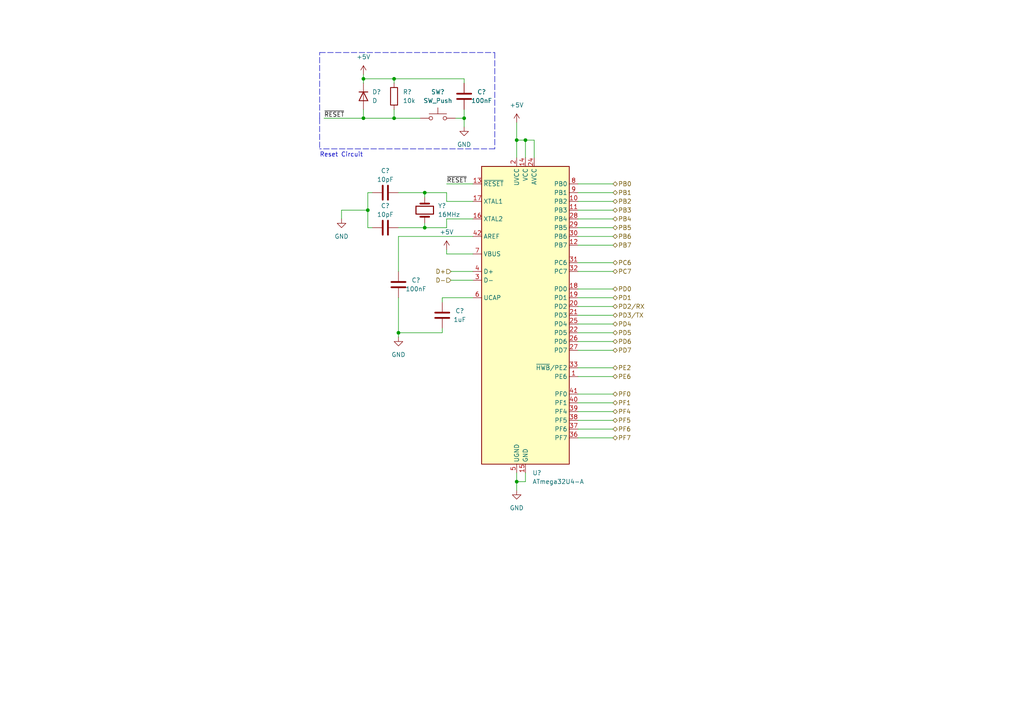
<source format=kicad_sch>
(kicad_sch (version 20211123) (generator eeschema)
  (paper "A4")
  (lib_symbols
    (symbol "Device:C" (pin_numbers hide) (pin_names (offset 0.254))
      (property "Reference" "C" (at 0.635 2.54 0))
      (property "Value" "C" (at 0.635 -2.54 0))
      (symbol "C_0_1"
        (polyline (pts (xy -2.032 -0.762) (xy 2.032 -0.762)) (stroke (width 0.508)))
        (polyline (pts (xy -2.032 0.762) (xy 2.032 0.762)) (stroke (width 0.508)))
      )
      (symbol "C_1_1"
        (pin passive line (at 0 3.81 270) (length 2.794) (name "~") (number "1"))
        (pin passive line (at 0 -3.81 90) (length 2.794) (name "~") (number "2"))
      )
    )
    (symbol "Device:Crystal" (pin_numbers hide) (pin_names (offset 1.016) hide)
      (property "Reference" "Y" (at 0 3.81 0))
      (property "Value" "Crystal" (at 0 -3.81 0))
      (symbol "Crystal_0_1"
        (rectangle (start -1.143 2.54) (end 1.143 -2.54) (stroke (width 0.3048)))
        (polyline (pts (xy -2.54 0) (xy -1.905 0)))
        (polyline (pts (xy -1.905 -1.27) (xy -1.905 1.27)) (stroke (width 0.508)))
        (polyline (pts (xy 1.905 -1.27) (xy 1.905 1.27)) (stroke (width 0.508)))
        (polyline (pts (xy 2.54 0) (xy 1.905 0)))
      )
      (symbol "Crystal_1_1"
        (pin passive line (at -3.81 0 0) (length 1.27) (name "1") (number "1"))
        (pin passive line (at 3.81 0 180) (length 1.27) (name "2") (number "2"))
      )
    )
    (symbol "Device:D" (pin_numbers hide) (pin_names (offset 1.016) hide)
      (property "Reference" "D" (at 0 2.54 0))
      (property "Value" "D" (at 0 -2.54 0))
      (symbol "D_0_1"
        (polyline (pts (xy -1.27 1.27) (xy -1.27 -1.27)) (stroke (width 0.254)))
        (polyline (pts (xy 1.27 0) (xy -1.27 0)))
        (polyline (pts (xy 1.27 1.27) (xy 1.27 -1.27) (xy -1.27 0) (xy 1.27 1.27)) (stroke (width 0.254)))
      )
      (symbol "D_1_1"
        (pin passive line (at -3.81 0 0) (length 2.54) (name "K") (number "1"))
        (pin passive line (at 3.81 0 180) (length 2.54) (name "A") (number "2"))
      )
    )
    (symbol "Device:R" (pin_numbers hide) (pin_names (offset 0))
      (property "Reference" "R" (at 2.032 0 90))
      (property "Value" "R" (at 0 0 90))
      (symbol "R_0_1"
        (rectangle (start -1.016 -2.54) (end 1.016 2.54) (stroke (width 0.254)))
      )
      (symbol "R_1_1"
        (pin passive line (at 0 3.81 270) (length 1.27) (name "~") (number "1"))
        (pin passive line (at 0 -3.81 90) (length 1.27) (name "~") (number "2"))
      )
    )
    (symbol "MCU_Microchip_ATmega:ATmega32U4-A"
      (property "Reference" "U" (at -12.7 44.45 0))
      (property "Value" "ATmega32U4-A" (at 2.54 -44.45 0))
      (symbol "ATmega32U4-A_0_1"
        (rectangle (start -12.7 -43.18) (end 12.7 43.18) (stroke (width 0.254)) (fill (type background)))
      )
      (symbol "ATmega32U4-A_1_1"
        (pin bidirectional line (at 15.24 -17.78 180) (length 2.54) (name "PE6") (number "1"))
        (pin bidirectional line (at 15.24 33.02 180) (length 2.54) (name "PB2") (number "10"))
        (pin bidirectional line (at 15.24 30.48 180) (length 2.54) (name "PB3") (number "11"))
        (pin bidirectional line (at 15.24 20.32 180) (length 2.54) (name "PB7") (number "12"))
        (pin input line (at -15.24 38.1 0) (length 2.54) (name "~{RESET}") (number "13"))
        (pin power_in line (at 0 45.72 270) (length 2.54) (name "VCC") (number "14"))
        (pin power_in line (at 0 -45.72 90) (length 2.54) (name "GND") (number "15"))
        (pin output line (at -15.24 27.94 0) (length 2.54) (name "XTAL2") (number "16"))
        (pin input line (at -15.24 33.02 0) (length 2.54) (name "XTAL1") (number "17"))
        (pin bidirectional line (at 15.24 7.62 180) (length 2.54) (name "PD0") (number "18"))
        (pin bidirectional line (at 15.24 5.08 180) (length 2.54) (name "PD1") (number "19"))
        (pin power_in line (at -2.54 45.72 270) (length 2.54) (name "UVCC") (number "2"))
        (pin bidirectional line (at 15.24 2.54 180) (length 2.54) (name "PD2") (number "20"))
        (pin bidirectional line (at 15.24 0 180) (length 2.54) (name "PD3") (number "21"))
        (pin bidirectional line (at 15.24 -5.08 180) (length 2.54) (name "PD5") (number "22"))
        (pin passive line (at 0 -45.72 90) (length 2.54) hide (name "GND") (number "23"))
        (pin power_in line (at 2.54 45.72 270) (length 2.54) (name "AVCC") (number "24"))
        (pin bidirectional line (at 15.24 -2.54 180) (length 2.54) (name "PD4") (number "25"))
        (pin bidirectional line (at 15.24 -7.62 180) (length 2.54) (name "PD6") (number "26"))
        (pin bidirectional line (at 15.24 -10.16 180) (length 2.54) (name "PD7") (number "27"))
        (pin bidirectional line (at 15.24 27.94 180) (length 2.54) (name "PB4") (number "28"))
        (pin bidirectional line (at 15.24 25.4 180) (length 2.54) (name "PB5") (number "29"))
        (pin bidirectional line (at -15.24 10.16 0) (length 2.54) (name "D-") (number "3"))
        (pin bidirectional line (at 15.24 22.86 180) (length 2.54) (name "PB6") (number "30"))
        (pin bidirectional line (at 15.24 15.24 180) (length 2.54) (name "PC6") (number "31"))
        (pin bidirectional line (at 15.24 12.7 180) (length 2.54) (name "PC7") (number "32"))
        (pin bidirectional line (at 15.24 -15.24 180) (length 2.54) (name "~{HWB}/PE2") (number "33"))
        (pin passive line (at 0 45.72 270) (length 2.54) hide (name "VCC") (number "34"))
        (pin passive line (at 0 -45.72 90) (length 2.54) hide (name "GND") (number "35"))
        (pin bidirectional line (at 15.24 -35.56 180) (length 2.54) (name "PF7") (number "36"))
        (pin bidirectional line (at 15.24 -33.02 180) (length 2.54) (name "PF6") (number "37"))
        (pin bidirectional line (at 15.24 -30.48 180) (length 2.54) (name "PF5") (number "38"))
        (pin bidirectional line (at 15.24 -27.94 180) (length 2.54) (name "PF4") (number "39"))
        (pin bidirectional line (at -15.24 12.7 0) (length 2.54) (name "D+") (number "4"))
        (pin bidirectional line (at 15.24 -25.4 180) (length 2.54) (name "PF1") (number "40"))
        (pin bidirectional line (at 15.24 -22.86 180) (length 2.54) (name "PF0") (number "41"))
        (pin passive line (at -15.24 22.86 0) (length 2.54) (name "AREF") (number "42"))
        (pin passive line (at 0 -45.72 90) (length 2.54) hide (name "GND") (number "43"))
        (pin passive line (at 2.54 45.72 270) (length 2.54) hide (name "AVCC") (number "44"))
        (pin passive line (at -2.54 -45.72 90) (length 2.54) (name "UGND") (number "5"))
        (pin passive line (at -15.24 5.08 0) (length 2.54) (name "UCAP") (number "6"))
        (pin input line (at -15.24 17.78 0) (length 2.54) (name "VBUS") (number "7"))
        (pin bidirectional line (at 15.24 38.1 180) (length 2.54) (name "PB0") (number "8"))
        (pin bidirectional line (at 15.24 35.56 180) (length 2.54) (name "PB1") (number "9"))
      )
    )
    (symbol "Switch:SW_Push" (pin_numbers hide) (pin_names (offset 1.016) hide)
      (property "Reference" "SW" (at 1.27 2.54 0))
      (property "Value" "SW_Push" (at 0 -1.524 0))
      (symbol "SW_Push_0_1"
        (circle (center -2.032 0) (radius 0.508))
        (polyline (pts (xy 0 1.27) (xy 0 3.048)))
        (polyline (pts (xy 2.54 1.27) (xy -2.54 1.27)))
        (circle (center 2.032 0) (radius 0.508))
        (pin passive line (at -5.08 0 0) (length 2.54) (name "1") (number "1"))
        (pin passive line (at 5.08 0 180) (length 2.54) (name "2") (number "2"))
      )
    )
    (symbol "power:+5V" (power) (pin_names (offset 0))
      (property "Value" "+5V" (at 0 3.556 0))
      (symbol "+5V_0_1"
        (polyline (pts (xy -0.762 1.27) (xy 0 2.54)))
        (polyline (pts (xy 0 0) (xy 0 2.54)))
        (polyline (pts (xy 0 2.54) (xy 0.762 1.27)))
      )
      (symbol "+5V_1_1"
        (pin power_in line (at 0 0 90) (length 0) hide (name "+5V") (number "1"))
      )
    )
    (symbol "power:GND" (power) (pin_names (offset 0))
      (property "Value" "GND" (at 0 -3.81 0))
      (symbol "GND_0_1"
        (polyline (pts (xy 0 0) (xy 0 -1.27) (xy 1.27 -1.27) (xy 0 -2.54) (xy -1.27 -1.27) (xy 0 -1.27)))
      )
      (symbol "GND_1_1"
        (pin power_in line (at 0 0 270) (length 0) hide (name "GND") (number "1"))
      )
    )
  )
  (junction (at 105.41 22.86))
  (junction (at 123.19 55.88))
  (junction (at 123.19 66.04))
  (junction (at 115.57 96.52))
  (junction (at 134.62 34.29))
  (junction (at 149.86 139.7))
  (junction (at 106.68 60.96))
  (junction (at 114.3 34.29))
  (junction (at 149.86 40.64))
  (junction (at 114.3 22.86))
  (junction (at 105.41 34.29))
  (junction (at 152.4 40.64))
  (wire (pts (xy 105.41 22.86) (xy 105.41 24.13)))
  (wire (pts (xy 167.64 60.96) (xy 177.8 60.96)))
  (wire (pts (xy 132.08 34.29) (xy 134.62 34.29)))
  (wire (pts (xy 167.64 88.9) (xy 177.8 88.9)))
  (polyline (pts (xy 143.51 15.24) (xy 143.51 43.18)))
  (polyline (pts (xy 92.71 34.29) (xy 92.71 43.18)))
  (wire (pts (xy 152.4 40.64) (xy 154.94 40.64)))
  (wire (pts (xy 149.86 139.7) (xy 149.86 142.24)))
  (wire (pts (xy 167.64 101.6) (xy 177.8 101.6)))
  (wire (pts (xy 129.54 73.66) (xy 137.16 73.66)))
  (wire (pts (xy 115.57 68.58) (xy 137.16 68.58)))
  (wire (pts (xy 105.41 31.75) (xy 105.41 34.29)))
  (wire (pts (xy 114.3 22.86) (xy 134.62 22.86)))
  (wire (pts (xy 105.41 34.29) (xy 114.3 34.29)))
  (wire (pts (xy 137.16 86.36) (xy 128.27 86.36)))
  (wire (pts (xy 167.64 93.98) (xy 177.8 93.98)))
  (wire (pts (xy 129.54 53.34) (xy 137.16 53.34)))
  (wire (pts (xy 106.68 66.04) (xy 107.95 66.04)))
  (wire (pts (xy 167.64 58.42) (xy 177.8 58.42)))
  (wire (pts (xy 106.68 60.96) (xy 106.68 66.04)))
  (wire (pts (xy 93.98 34.29) (xy 105.41 34.29)))
  (wire (pts (xy 167.64 124.46) (xy 177.8 124.46)))
  (wire (pts (xy 149.86 137.16) (xy 149.86 139.7)))
  (wire (pts (xy 134.62 31.75) (xy 134.62 34.29)))
  (wire (pts (xy 152.4 40.64) (xy 152.4 45.72)))
  (wire (pts (xy 115.57 86.36) (xy 115.57 96.52)))
  (wire (pts (xy 115.57 96.52) (xy 115.57 97.79)))
  (wire (pts (xy 129.54 72.39) (xy 129.54 73.66)))
  (wire (pts (xy 167.64 127) (xy 177.8 127)))
  (wire (pts (xy 129.54 55.88) (xy 123.19 55.88)))
  (wire (pts (xy 107.95 55.88) (xy 106.68 55.88)))
  (wire (pts (xy 123.19 66.04) (xy 129.54 66.04)))
  (wire (pts (xy 106.68 55.88) (xy 106.68 60.96)))
  (wire (pts (xy 167.64 55.88) (xy 177.8 55.88)))
  (wire (pts (xy 167.64 63.5) (xy 177.8 63.5)))
  (wire (pts (xy 167.64 53.34) (xy 177.8 53.34)))
  (wire (pts (xy 115.57 78.74) (xy 115.57 68.58)))
  (wire (pts (xy 167.64 91.44) (xy 177.8 91.44)))
  (wire (pts (xy 167.64 83.82) (xy 177.8 83.82)))
  (wire (pts (xy 167.64 78.74) (xy 177.8 78.74)))
  (wire (pts (xy 149.86 35.56) (xy 149.86 40.64)))
  (wire (pts (xy 149.86 40.64) (xy 152.4 40.64)))
  (polyline (pts (xy 92.71 15.24) (xy 143.51 15.24)))
  (wire (pts (xy 114.3 22.86) (xy 114.3 24.13)))
  (wire (pts (xy 114.3 34.29) (xy 121.92 34.29)))
  (wire (pts (xy 167.64 121.92) (xy 177.8 121.92)))
  (wire (pts (xy 129.54 63.5) (xy 137.16 63.5)))
  (polyline (pts (xy 92.71 34.29) (xy 92.71 15.24)))
  (wire (pts (xy 167.64 68.58) (xy 177.8 68.58)))
  (wire (pts (xy 167.64 66.04) (xy 177.8 66.04)))
  (wire (pts (xy 105.41 21.59) (xy 105.41 22.86)))
  (polyline (pts (xy 143.51 43.18) (xy 92.71 43.18)))
  (wire (pts (xy 115.57 55.88) (xy 123.19 55.88)))
  (wire (pts (xy 167.64 106.68) (xy 177.8 106.68)))
  (wire (pts (xy 115.57 66.04) (xy 123.19 66.04)))
  (wire (pts (xy 167.64 86.36) (xy 177.8 86.36)))
  (wire (pts (xy 123.19 55.88) (xy 123.19 57.15)))
  (wire (pts (xy 154.94 40.64) (xy 154.94 45.72)))
  (wire (pts (xy 105.41 22.86) (xy 114.3 22.86)))
  (wire (pts (xy 115.57 96.52) (xy 128.27 96.52)))
  (wire (pts (xy 106.68 60.96) (xy 99.06 60.96)))
  (wire (pts (xy 167.64 119.38) (xy 177.8 119.38)))
  (wire (pts (xy 152.4 139.7) (xy 149.86 139.7)))
  (wire (pts (xy 167.64 109.22) (xy 177.8 109.22)))
  (wire (pts (xy 167.64 76.2) (xy 177.8 76.2)))
  (wire (pts (xy 152.4 137.16) (xy 152.4 139.7)))
  (wire (pts (xy 167.64 114.3) (xy 177.8 114.3)))
  (wire (pts (xy 137.16 58.42) (xy 129.54 58.42)))
  (wire (pts (xy 130.81 81.28) (xy 137.16 81.28)))
  (wire (pts (xy 123.19 64.77) (xy 123.19 66.04)))
  (wire (pts (xy 128.27 95.25) (xy 128.27 96.52)))
  (wire (pts (xy 167.64 71.12) (xy 177.8 71.12)))
  (wire (pts (xy 128.27 86.36) (xy 128.27 87.63)))
  (wire (pts (xy 129.54 58.42) (xy 129.54 55.88)))
  (wire (pts (xy 134.62 22.86) (xy 134.62 24.13)))
  (wire (pts (xy 99.06 60.96) (xy 99.06 63.5)))
  (wire (pts (xy 167.64 99.06) (xy 177.8 99.06)))
  (wire (pts (xy 130.81 78.74) (xy 137.16 78.74)))
  (wire (pts (xy 149.86 45.72) (xy 149.86 40.64)))
  (wire (pts (xy 134.62 34.29) (xy 134.62 36.83)))
  (wire (pts (xy 114.3 31.75) (xy 114.3 34.29)))
  (wire (pts (xy 167.64 96.52) (xy 177.8 96.52)))
  (wire (pts (xy 129.54 63.5) (xy 129.54 66.04)))
  (wire (pts (xy 167.64 116.84) (xy 177.8 116.84)))
  (text "Reset Circuit" (at 92.71 45.72 0) (effects (font (size 1.27 1.27)) (justify left bottom)))
  (label "~{RESET}" (at 93.98 34.29 0))
  (label "~{RESET}" (at 129.54 53.34 0))
  (hierarchical_label "PC6" (shape bidirectional) (at 177.8 76.2 0))
  (hierarchical_label "PD1" (shape bidirectional) (at 177.8 86.36 0))
  (hierarchical_label "D-" (shape input) (at 130.81 81.28 180))
  (hierarchical_label "PB4" (shape bidirectional) (at 177.8 63.5 0))
  (hierarchical_label "PB7" (shape bidirectional) (at 177.8 71.12 0))
  (hierarchical_label "PD6" (shape bidirectional) (at 177.8 99.06 0))
  (hierarchical_label "PB2" (shape bidirectional) (at 177.8 58.42 0))
  (hierarchical_label "PF5" (shape bidirectional) (at 177.8 121.92 0))
  (hierarchical_label "PF1" (shape bidirectional) (at 177.8 116.84 0))
  (hierarchical_label "PD7" (shape bidirectional) (at 177.8 101.6 0))
  (hierarchical_label "PD5" (shape bidirectional) (at 177.8 96.52 0))
  (hierarchical_label "PF0" (shape bidirectional) (at 177.8 114.3 0))
  (hierarchical_label "PB0" (shape bidirectional) (at 177.8 53.34 0))
  (hierarchical_label "PD0" (shape bidirectional) (at 177.8 83.82 0))
  (hierarchical_label "PF4" (shape bidirectional) (at 177.8 119.38 0))
  (hierarchical_label "PB5" (shape bidirectional) (at 177.8 66.04 0))
  (hierarchical_label "PB1" (shape bidirectional) (at 177.8 55.88 0))
  (hierarchical_label "PD2{slash}RX" (shape bidirectional) (at 177.8 88.9 0))
  (hierarchical_label "PB3" (shape bidirectional) (at 177.8 60.96 0))
  (hierarchical_label "PC7" (shape bidirectional) (at 177.8 78.74 0))
  (hierarchical_label "PE6" (shape bidirectional) (at 177.8 109.22 0))
  (hierarchical_label "PF7" (shape bidirectional) (at 177.8 127 0))
  (hierarchical_label "PB6" (shape bidirectional) (at 177.8 68.58 0))
  (hierarchical_label "PD4" (shape bidirectional) (at 177.8 93.98 0))
  (hierarchical_label "D+" (shape input) (at 130.81 78.74 180))
  (hierarchical_label "PD3{slash}TX" (shape bidirectional) (at 177.8 91.44 0))
  (hierarchical_label "PE2" (shape bidirectional) (at 177.8 106.68 0))
  (hierarchical_label "PF6" (shape bidirectional) (at 177.8 124.46 0))
  (symbol (lib_id "Device:D") (at 105.41 27.94 270) (unit 1)
    (property "Reference" "D?" (at 107.95 26.6699 90) (effects (justify left)))
    (property "Value" "D" (at 107.95 29.2099 90) (effects (justify left)))
  )
  (symbol (lib_id "Device:C") (at 134.62 27.94 0) (unit 1)
    (property "Reference" "C?" (at 139.7 26.67 0))
    (property "Value" "100nF" (at 139.7 29.21 0))
  )
  (symbol (lib_id "power:GND") (at 149.86 142.24 0) (unit 1)
    (property "Reference" "#PWR?" (effects hide))
    (property "Value" "GND" (at 149.86 147.32 0))
  )
  (symbol (lib_id "power:+5V") (at 129.54 72.39 0) (unit 1)
    (property "Reference" "#PWR?" (effects hide))
    (property "Value" "+5V" (at 129.54 67.31 0))
  )
  (symbol (lib_id "power:+5V") (at 105.41 21.59 0) (unit 1)
    (property "Reference" "#PWR?" (effects hide))
    (property "Value" "+5V" (at 105.41 16.51 0))
  )
  (symbol (lib_id "Device:Crystal") (at 123.19 60.96 270) (unit 1)
    (property "Reference" "Y?" (at 127 59.6899 90) (effects (justify left)))
    (property "Value" "16MHz" (at 127 62.2299 90) (effects (justify left)))
  )
  (symbol (lib_id "Device:C") (at 128.27 91.44 0) (unit 1)
    (property "Reference" "C?" (at 133.35 90.17 0))
    (property "Value" "1uF" (at 133.35 92.71 0))
  )
  (symbol (lib_id "MCU_Microchip_ATmega:ATmega32U4-A") (at 152.4 91.44 0) (unit 1)
    (property "Reference" "U?" (at 154.4194 137.16 0) (effects (justify left)))
    (property "Value" "ATmega32U4-A" (at 154.4194 139.7 0) (effects (justify left)))
    (property "Footprint" "Package_QFP:TQFP-44_10x10mm_P0.8mm" (effects hide))
    (property "Datasheet" "http://ww1.microchip.com/downloads/en/DeviceDoc/Atmel-7766-8-bit-AVR-ATmega16U4-32U4_Datasheet.pdf" (effects hide))
  )
  (symbol (lib_id "power:+5V") (at 149.86 35.56 0) (unit 1)
    (property "Reference" "#PWR?" (effects hide))
    (property "Value" "+5V" (at 149.86 30.48 0))
  )
  (symbol (lib_id "power:GND") (at 115.57 97.79 0) (unit 1)
    (property "Reference" "#PWR?" (effects hide))
    (property "Value" "GND" (at 115.57 102.87 0))
  )
  (symbol (lib_id "Device:R") (at 114.3 27.94 0) (unit 1)
    (property "Reference" "R?" (at 116.84 26.6699 0) (effects (justify left)))
    (property "Value" "10k" (at 116.84 29.2099 0) (effects (justify left)))
  )
  (symbol (lib_id "power:GND") (at 99.06 63.5 0) (unit 1)
    (property "Reference" "#PWR?" (effects hide))
    (property "Value" "GND" (at 99.06 68.58 0))
  )
  (symbol (lib_id "Device:C") (at 111.76 66.04 90) (unit 1)
    (property "Reference" "C?" (at 111.76 59.69 90))
    (property "Value" "10pF" (at 111.76 62.23 90))
  )
  (symbol (lib_id "power:GND") (at 134.62 36.83 0) (unit 1)
    (property "Reference" "#PWR?" (effects hide))
    (property "Value" "GND" (at 134.62 41.91 0))
  )
  (symbol (lib_id "Switch:SW_Push") (at 127 34.29 0) (unit 1)
    (property "Reference" "SW?" (at 127 26.67 0))
    (property "Value" "SW_Push" (at 127 29.21 0))
  )
  (symbol (lib_id "Device:C") (at 111.76 55.88 90) (unit 1)
    (property "Reference" "C?" (at 111.76 49.53 90))
    (property "Value" "10pF" (at 111.76 52.07 90))
  )
  (symbol (lib_id "Device:C") (at 115.57 82.55 0) (unit 1)
    (property "Reference" "C?" (at 120.65 81.28 0))
    (property "Value" "100nF" (at 120.65 83.82 0))
  )
)
</source>
